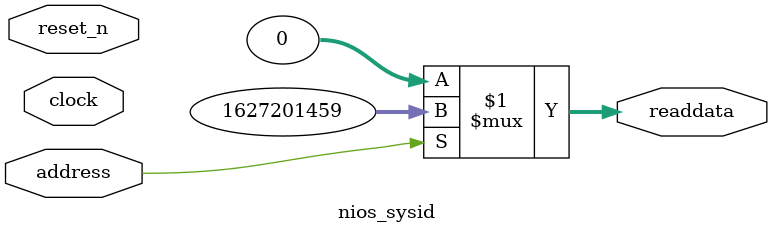
<source format=v>



// synthesis translate_off
`timescale 1ns / 1ps
// synthesis translate_on

// turn off superfluous verilog processor warnings 
// altera message_level Level1 
// altera message_off 10034 10035 10036 10037 10230 10240 10030 

module nios_sysid (
               // inputs:
                address,
                clock,
                reset_n,

               // outputs:
                readdata
             )
;

  output  [ 31: 0] readdata;
  input            address;
  input            clock;
  input            reset_n;

  wire    [ 31: 0] readdata;
  //control_slave, which is an e_avalon_slave
  assign readdata = address ? 1627201459 : 0;

endmodule



</source>
